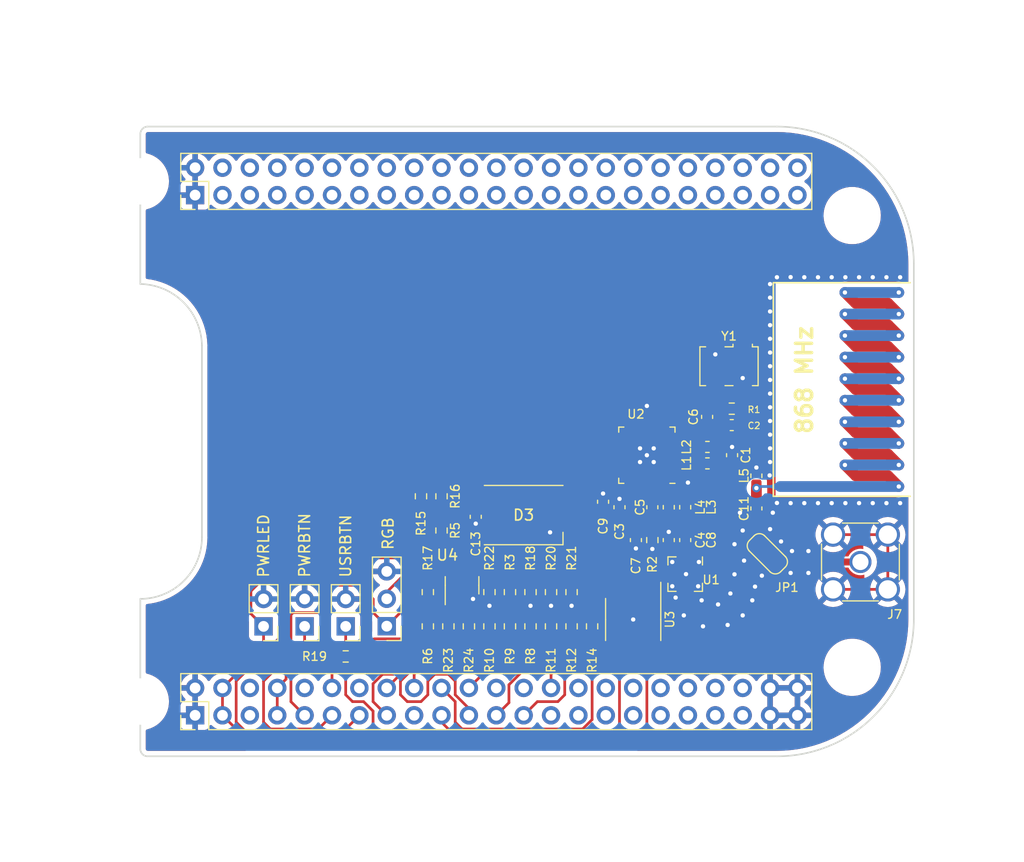
<source format=kicad_pcb>
(kicad_pcb (version 20211014) (generator pcbnew)
  (layers (0 "F.Cu" signal) (31 "B.Cu" signal) (34 "B.Paste" user) (35 "F.Paste" user) (36 "B.SilkS" user "B.Silkscreen") (37 "F.SilkS" user "F.Silkscreen") (38 "B.Mask" user) (39 "F.Mask" user) (44 "Edge.Cuts" user))
  (net 0 "")
  (net 1 "Net-(AE1-Pad1)")
  (net 2 "GND")
  (net 3 "Net-(C1-Pad2)")
  (net 4 "Net-(C2-Pad2)")
  (net 5 "Net-(C3-Pad1)")
  (net 6 "Net-(C4-Pad2)")
  (net 7 "Net-(C5-Pad1)")
  (net 8 "Net-(C5-Pad2)")
  (net 9 "Net-(C7-Pad1)")
  (net 10 "Net-(C8-Pad2)")
  (net 11 "/RF_RST")
  (net 12 "Net-(D3-Pad4)")
  (net 13 "+3V3")
  (net 14 "+5V")
  (net 15 "/PWR_BTN")
  (net 18 "/BB_MOSI")
  (net 19 "/SCL")
  (net 20 "/SDA")
  (net 21 "/BB_MISO")
  (net 22 "/BB_SCK")
  (net 43 "/BB_GPIO69")
  (net 44 "/BB_GPIO68")
  (net 66 "Net-(D3-Pad2)")
  (net 67 "/LED_CS")
  (net 68 "Net-(J7-Pad1)")
  (net 69 "/RF_SCK")
  (net 70 "/LED_SDI")
  (net 71 "/RF_SDO")
  (net 73 "/RF_SDI")
  (net 74 "/~{RF_CSDAT}")
  (net 75 "/~{RF_CSCON}")
  (net 76 "/RF_IRQ0")
  (net 77 "/RF_IRQ1")
  (net 79 "/RF_PLOCK")
  (net 80 "Net-(L1-Pad2)")
  (net 81 "Net-(L2-Pad2)")
  (net 82 "Net-(L3-Pad1)")
  (net 83 "/CLK+")
  (net 84 "/CLK-")
  (net 85 "/BB_GPIO60")
  (net 86 "/BB_GPIO66")
  (net 87 "/BB_GPIO67")
  (net 88 "/BB_GPIO49")
  (net 89 "/BB_GPIO117")
  (net 90 "/BB_GPIO45")
  (net 91 "/BB_GPIO44")
  (net 92 "/BB_GPIO23")
  (net 93 "/BB_GPIO26")
  (net 94 "/BB_GPIO47")
  (net 95 "/BB_GPIO46")
  (net 102 "/BB_GPIO27")
  (net 103 "/BB_GPIO65")
  (net 104 "/BB_GPIO22")
  (net 108 "/BB_GPIO113")
  (net 109 "/BB_GPIO48")
  (net 110 "/BB_GPIO30")
  (net 111 "/BB_GPIO31")
  (net 112 "/BB_GPIO50")
  (net 113 "/BB_GPIO51")
  (net 114 "/PLL-")
  (net 115 "/PLL+")
  (net 116 "Net-(C11-Pad2)")
  (net 117 "/MERGED_ANTENNA")
  (footprint "Capacitor_SMD:C_0603_1608Metric" (layer "F.Cu") (at 80.518 67.056 -90)
    (fp_text reference "C5")
    (fp_text value "0.047uF")
  )
  (footprint "Resistor_SMD:R_0603_1608Metric" (layer "F.Cu") (at 73.025 74.93 -90)
    (fp_text reference "R21")
    (fp_text value "100K")
  )
  (footprint "Capacitor_SMD:C_0603_1608Metric" (layer "F.Cu") (at 85.598 58.674 -90)
    (fp_text reference "C6")
    (fp_text value "680pF")
  )
  (footprint "Connector_PinHeader_2.54mm:PinHeader_1x02_P2.54mm_Vertical" (layer "F.Cu") (at 52.07 78.11 180)
    (fp_text reference "J3" hide)
    (fp_text value "USRBTN")
  )
  (footprint "MountingHole:MountingHole_4.3mm_M4" (layer "F.Cu") (at 99.058 81.907)
    (fp_text reference "H2" hide)
    (fp_text value "MountingHole")
  )
  (footprint "Capacitor_SMD:C_0603_1608Metric" (layer "F.Cu") (at 77.47 67.056 90)
    (fp_text reference "C3")
    (fp_text value "1uF")
  )
  (footprint "Capacitor_SMD:C_0603_1608Metric" (layer "F.Cu") (at 90.17 67.17 -90)
    (fp_text reference "C11")
    (fp_text value "1pF")
  )
  (footprint "Inductor_SMD:L_0603_1608Metric" (layer "F.Cu") (at 82.042 67.056 90)
    (fp_text reference "L4")
    (fp_text value "100nH")
  )
  (footprint "Resistor_SMD:R_0603_1608Metric" (layer "F.Cu") (at 69.215 74.93 -90)
    (fp_text reference "R18")
    (fp_text value "100K")
  )
  (footprint "footprints:DCC6C_3x3mm" (layer "F.Cu") (at 83.566 73.261 -90)
    (fp_text reference "U1")
    (fp_text value "B3715")
  )
  (footprint "Connector_PinHeader_2.54mm:PinHeader_1x02_P2.54mm_Vertical" (layer "F.Cu") (at 44.45 78.11 180)
    (fp_text reference "J5" hide)
    (fp_text value "PWRLED")
  )
  (footprint "Connector_Coaxial:SMA_Amphenol_132291_Vertical" (layer "F.Cu") (at 99.822 72.136)
    (fp_text reference "J7")
    (fp_text value "Conn_Coaxial")
  )
  (footprint "Package_SO:SOIC-8_3.9x4.9mm_P1.27mm" (layer "F.Cu") (at 78.74 77.47 -90)
    (fp_text reference "U3")
    (fp_text value "24LC32")
  )
  (footprint "Connector_PinHeader_2.54mm:PinHeader_1x02_P2.54mm_Vertical" (layer "F.Cu") (at 48.26 78.11 180)
    (fp_text reference "J4" hide)
    (fp_text value "PWRBTN")
  )
  (footprint "Resistor_SMD:R_0603_1608Metric" (layer "F.Cu") (at 65.405 74.93 -90)
    (fp_text reference "R22")
    (fp_text value "100K")
  )
  (footprint "Capacitor_SMD:C_0603_1608Metric" (layer "F.Cu") (at 83.566 70.104 90)
    (fp_text reference "C8")
    (fp_text value "22pF")
  )
  (footprint "Inductor_SMD:L_0603_1608Metric" (layer "F.Cu") (at 83.566 67.056 -90)
    (fp_text reference "L3")
    (fp_text value "12nH")
  )
  (footprint "Resistor_SMD:R_0603_1608Metric" (layer "F.Cu") (at 73.025 78.105 90)
    (fp_text reference "R12")
    (fp_text value "1K")
  )
  (footprint "Resistor_SMD:R_0603_1608Metric" (layer "F.Cu") (at 74.93 78.105 90)
    (fp_text reference "R14")
    (fp_text value "1K")
  )
  (footprint "Connector_PinHeader_2.54mm:PinHeader_1x03_P2.54mm_Vertical" (layer "F.Cu") (at 55.88 78.09 180)
    (fp_text reference "J6" hide)
    (fp_text value "RGB")
  )
  (footprint "Resistor_SMD:R_0603_1608Metric" (layer "F.Cu") (at 59.69 74.93 -90)
    (fp_text reference "R17")
    (fp_text value "100K")
  )
  (footprint "Resistor_SMD:R_0603_1608Metric" (layer "F.Cu") (at 80.518 70.104 90)
    (fp_text reference "R2")
    (fp_text value "1")
  )
  (footprint "Oscillator:Oscillator_SMD_EuroQuartz_XO53-4Pin_5.0x3.2mm" (layer "F.Cu") (at 87.63 53.975 180)
    (fp_text reference "Y1")
    (fp_text value "12.8MHz")
  )
  (footprint "Resistor_SMD:R_0603_1608Metric" (layer "F.Cu") (at 60.96 66.04 90)
    (fp_text reference "R16")
    (fp_text value "100K")
  )
  (footprint "Jumper:SolderJumper-3_P1.3mm_Bridged12_RoundedPad1.0x1.5mm_NumberLabels" (layer "F.Cu") (at 91.186 71.374 -45)
    (fp_text reference "JP1")
    (fp_text value "SolderJumper_3_Bridged12")
  )
  (footprint "Resistor_SMD:R_0603_1608Metric" (layer "F.Cu") (at 87.884 57.912 180)
    (fp_text reference "R1")
    (fp_text value "6.8K")
  )
  (footprint "Resistor_SMD:R_0603_1608Metric" (layer "F.Cu") (at 52.07 80.899 180)
    (fp_text reference "R19")
    (fp_text value "100K")
  )
  (footprint "Resistor_SMD:R_0603_1608Metric" (layer "F.Cu") (at 67.31 78.105 90)
    (fp_text reference "R9")
    (fp_text value "0")
  )
  (footprint "Capacitor_SMD:C_0603_1608Metric" (layer "F.Cu") (at 82.042 70.104 -90)
    (fp_text reference "C4")
    (fp_text value "2.4pF")
  )
  (footprint "Inductor_SMD:L_0603_1608Metric" (layer "F.Cu") (at 85.6275 62.988 180)
    (fp_text reference "L1")
    (fp_text value "6.8nH")
  )
  (footprint "Capacitor_SMD:C_0603_1608Metric" (layer "F.Cu") (at 64.135 67.945 -90)
    (fp_text reference "C13")
    (fp_text value "0.1uF")
  )
  (footprint "MountingHole:MountingHole_4.3mm_M4" (layer "F.Cu") (at 99.058 39.997)
    (fp_text reference "H3" hide)
    (fp_text value "MountingHole")
  )
  (footprint "Resistor_SMD:R_0603_1608Metric" (layer "F.Cu") (at 65.405 78.105 90)
    (fp_text reference "R10")
    (fp_text value "0")
  )
  (footprint "Inductor_SMD:L_0603_1608Metric" (layer "F.Cu") (at 90.17 64.135 -90)
    (fp_text reference "L5")
    (fp_text value "12nH")
  )
  (footprint "Capacitor_SMD:C_0603_1608Metric" (layer "F.Cu") (at 78.994 70.104 -90)
    (fp_text reference "C7")
    (fp_text value "0.22uF")
  )
  (footprint "Resistor_SMD:R_0603_1608Metric" (layer "F.Cu") (at 59.69 78.105 90)
    (fp_text reference "R6")
    (fp_text value "1K")
  )
  (footprint "Package_DFN_QFN:QFN-32-1EP_5x5mm_P0.5mm_EP3.1x3.1mm" (layer "F.Cu") (at 80.01 62.23 180)
    (fp_text reference "U2")
    (fp_text value "MRF89XA")
  )
  (footprint "Connector_PinHeader_2.54mm:PinHeader_2x23_P2.54mm_Vertical" (layer "F.Cu") (at 38.1 38.1 90)
    (fp_text reference "J2" hide)
    (fp_text value "P8")
  )
  (footprint "LOGO" (layer "F.Cu") (at 59.055 48.895)
    (fp_text reference "G***" hide)
    (fp_text value "LOGO" hide)
  )
  (footprint "Resistor_SMD:R_0603_1608Metric" (layer "F.Cu") (at 71.12 74.93 -90)
    (fp_text reference "R20")
    (fp_text value "100K")
  )
  (footprint "Resistor_SMD:R_0603_1608Metric" (layer "F.Cu") (at 60.96 69.215 90)
    (fp_text reference "R5")
    (fp_text value "1K")
  )
  (footprint "Resistor_SMD:R_0603_1608Metric" (layer "F.Cu") (at 67.31 74.93 -90)
    (fp_text reference "R3")
    (fp_text value "100K")
  )
  (footprint "Capacitor_SMD:C_0603_1608Metric" (layer "F.Cu") (at 87.9135 62.226 -90)
    (fp_text reference "C1")
    (fp_text value "0.1uF")
  )
  (footprint "LED_SMD:LED_SK6812_PLCC4_5.0x5.0mm_P3.2mm" (layer "F.Cu") (at 68.58 67.785)
    (fp_text reference "D3")
    (fp_text value "SK6812")
  )
  (footprint "Resistor_SMD:R_0603_1608Metric" (layer "F.Cu") (at 69.215 78.105 90)
    (fp_text reference "R8")
    (fp_text value "0")
  )
  (footprint "Resistor_SMD:R_0603_1608Metric" (layer "F.Cu") (at 71.12 78.105 90)
    (fp_text reference "R11")
    (fp_text value "1K")
  )
  (footprint "Package_TO_SOT_SMD:SOT-23-5" (layer "F.Cu") (at 62.865 74.295 90)
    (fp_text reference "U4")
    (fp_text value "74AHCT1G08")
  )
  (footprint "Capacitor_SMD:C_0603_1608Metric" (layer "F.Cu") (at 87.884 59.436)
    (fp_text reference "C2")
    (fp_text value "0.01uF")
  )
  (footprint "MountingHole:MountingHole_4.3mm_M4" (layer "F.Cu") (at 33.018 36.822)
    (fp_text reference "H4" hide)
    (fp_text value "MountingHole")
  )
  (footprint "Inductor_SMD:L_0603_1608Metric" (layer "F.Cu") (at 85.6275 61.464 180)
    (fp_text reference "L2")
    (fp_text value "6.8nH")
  )
  (footprint "Connector_PinHeader_2.54mm:PinHeader_2x23_P2.54mm_Vertical" (layer "F.Cu") (at 38.1 86.36 90)
    (fp_text reference "J1" hide)
    (fp_text value "P9")
  )
  (footprint "Resistor_SMD:R_0603_1608Metric" (layer "F.Cu") (at 61.595 78.105 90)
    (fp_text reference "R23")
    (fp_text value "0")
  )
  (footprint "Capacitor_SMD:C_0603_1608Metric" (layer "F.Cu") (at 75.946 66.548 -90)
    (fp_text reference "C9")
    (fp_text value "33pF")
  )
  (footprint "MountingHole:MountingHole_4.3mm_M4" (layer "F.Cu") (at 33.018 85.082)
    (fp_text reference "H1" hide)
    (fp_text value "MountingHole")
  )
  (footprint "Resistor_SMD:R_0603_1608Metric" (layer "F.Cu") (at 63.5 78.105 90)
    (fp_text reference "R24")
    (fp_text value "0")
  )
  (footprint "Resistor_SMD:R_0603_1608Metric" (layer "F.Cu") (at 59.055 66.04 90)
    (fp_text reference "R15")
    (fp_text value "1K")
  )
  (footprint "RF_Antenna:Texas_SWRA416_868MHz_915MHz" (layer "B.Cu") (at 97.582 56.134 90)
    (fp_text reference "AE1" hide)
    (fp_text value "Antenna")
  )
  (gr_line (start 91.74 66.04) (end 91.74 46.228) (layer "F.SilkS") (width 0.15))
  (gr_line (start 91.74 46.228) (end 104.44 46.228) (layer "F.SilkS") (width 0.15))
  (gr_line (start 104.44 66.04) (end 91.74 66.04) (layer "F.SilkS") (width 0.15))
  (gr_line (start 38.733 69.842) (end 38.733 52.062) (layer "Edge.Cuts") (width 0.15))
  (gr_arc (start 38.733 69.842) (mid 37.058713 73.882713) (end 33.018 75.557) (layer "Edge.Cuts") (width 0.15))
  (gr_line (start 33.653 31.742) (end 92.073 31.742) (layer "Edge.Cuts") (width 0.15))
  (gr_line (start 92.073 90.162) (end 33.653 90.162) (layer "Edge.Cuts") (width 0.15))
  (gr_arc (start 33.653 90.162) (mid 33.216524 89.963476) (end 33.018 89.527) (layer "Edge.Cuts") (width 0.15))
  (gr_arc (start 33.018 32.377) (mid 33.224111 31.948111) (end 33.653 31.742) (layer "Edge.Cuts") (width 0.15))
  (gr_arc (start 92.073 31.742) (mid 101.045186 35.469814) (end 104.773 44.442) (layer "Edge.Cuts") (width 0.15))
  (gr_line (start 33.018 46.347) (end 33.018 32.377) (layer "Edge.Cuts") (width 0.15))
  (gr_arc (start 33.018 46.347) (mid 37.026002 48.053998) (end 38.733 52.062) (layer "Edge.Cuts") (width 0.15))
  (gr_arc (start 104.773 77.462) (mid 101.054765 86.443765) (end 92.073 90.162) (layer "Edge.Cuts") (width 0.15))
  (gr_line (start 33.018 89.527) (end 33.018 75.557) (layer "Edge.Cuts") (width 0.15))
  (gr_line (start 104.773 44.442) (end 104.773 77.462) (layer "Edge.Cuts") (width 0.15))
  (gr_text "868 MHz" (at 94.615 55.245 90) (layer "F.SilkS") (effects (font (size 1.5 1.5) (thickness 0.32))))
  (segment (start 90.17 65.278) (end 90.17 64.9225) (width 0.25) (layer "F.Cu") (net 1))
  (segment (start 90.17 66.395) (end 90.17 65.278) (width 1) (layer "F.Cu") (net 1))
  (via (at 90.17 65.278) (size 0.8) (drill 0.4) (layers "F.Cu" "B.Cu") (net 1))
  (segment (start 90.17 65.278) (end 90.314 65.134) (width 0.25) (layer "B.Cu") (net 1))
  (segment (start 90.314 65.134) (end 91.55748 65.134) (width 0.25) (layer "B.Cu") (net 1))
  (segment (start 82.4475 64.6675) (end 82.7015 64.6675) (width 0.25) (layer "F.Cu") (net 2))
  (segment (start 84.766 74.386) (end 83.641 73.261) (width 0.25) (layer "F.Cu") (net 2))
  (segment (start 80.01 62.23) (end 79.375 61.595) (width 0.25) (layer "F.Cu") (net 2))
  (segment (start 88.265 56.515) (end 88.9 55.88) (width 0.25) (layer "F.Cu") (net 2))
  (segment (start 76.454 66.281) (end 75.946 65.773) (width 0.25) (layer "F.Cu") (net 2))
  (segment (start 76.835 74.995) (end 76.835 75.565) (width 0.25) (layer "F.Cu") (net 2))
  (segment (start 77.5725 63.98) (end 78.26 63.98) (width 0.25) (layer "F.Cu") (net 2))
  (segment (start 81.76 59.7925) (end 81.76 60.48) (width 0.25) (layer "F.Cu") (net 2))
  (segment (start 80.26 59.7925) (end 80.26 57.908) (width 0.25) (layer "F.Cu") (net 2))
  (segment (start 80.76 62.98) (end 80.01 62.23) (width 0.25) (layer "F.Cu") (net 2))
  (segment (start 81.76 64.6675) (end 82.4475 64.6675) (width 0.25) (layer "F.Cu") (net 2))
  (segment (start 82.4475 63.98) (end 82.4475 64.4135) (width 0.25) (layer "F.Cu") (net 2))
  (segment (start 81.76 64.6675) (end 82.4475 63.98) (width 0.25) (layer "F.Cu") (net 2))
  (segment (start 88.9 55.88) (end 88.9 55.075) (width 0.25) (layer "F.Cu") (net 2))
  (segment (start 79.375 78.105) (end 78.74 77.47) (width 0.25) (layer "F.Cu") (net 2))
  (segment (start 87.284511 51.950489) (end 86.36 52.875) (width 0.25) (layer "F.Cu") (net 2))
  (segment (start 77.5725 64.1465) (end 75.946 65.773) (width 0.25) (layer "F.Cu") (net 2))
  (segment (start 90.17 63.3475) (end 90.17 63.373) (width 0.25) (layer "F.Cu") (net 2))
  (segment (start 84.766 72.511) (end 84.766 72.206) (width 0.25) (layer "F.Cu") (net 2))
  (segment (start 82.042 69.405) (end 80.518 70.929) (width 0.25) (layer "F.Cu") (net 2))
  (segment (start 78.26 64.6675) (end 78.26 65.491) (width 0.25) (layer "F.Cu") (net 2))
  (segment (start 69.215 75.755) (end 69.215 76.2) (width 0.25) (layer "F.Cu") (net 2))
  (segment (start 80.01 62.23) (end 80.645 61.595) (width 0.25) (layer "F.Cu") (net 2))
  (segment (start 90.050489 51.950489) (end 87.284511 51.950489) (width 0.25) (layer "F.Cu") (net 2))
  (segment (start 81.76 64.6675) (end 81.76 63.98) (width 0.25) (layer "F.Cu") (net 2))
  (segment (start 79.375 79.945) (end 79.375 78.105) (width 0.25) (layer "F.Cu") (net 2))
  (segment (start 77.91625 64.32375) (end 77.5725 63.98) (width 0.25) (layer "F.Cu") (net 2))
  (segment (start 90.17 53.805) (end 90.17 52.07) (width 0.25) (layer "F.Cu") (net 2))
  (segment (start 73.025 75.755) (end 73.025 76.2) (width 0.25) (layer "F.Cu") (net 2))
  (segment (start 82.042 69.342) (end 82.042 69.405) (width 0.25) (layer "F.Cu") (net 2))
  (segment (start 84.766 72.206) (end 84.836 72.136) (width 0.25) (layer "F.Cu") (net 2))
  (segment (start 64.135 68.72) (end 64.135 68.58) (width 0.25) (layer "F.Cu") (net 2))
  (segment (start 82.366 72.136) (end 82.366 74.386) (width 0.25) (layer "F.Cu") (net 2))
  (segment (start 81.26 63.48) (end 80.01 62.23) (width 0.25) (layer "F.Cu") (net 2))
  (segment (start 75.946 65.773) (end 75.946 65.786) (width 0.25) (layer "F.Cu") (net 2))
  (segment (start 88.9 55.075) (end 90.17 53.805) (width 0.25) (layer "F.Cu") (net 2))
  (segment (start 77.5725 63.98) (end 77.5725 64.1465) (width 0.25) (layer "F.Cu") (net 2))
  (segment (start 102.362 69.596) (end 97.282 69.596) (width 0.25) (layer "F.Cu") (net 2))
  (segment (start 81.76 63.98) (end 80.01 62.23) (width 0.25) (layer "F.Cu") (net 2))
  (segment (start 79.044 70.929) (end 78.994 70.879) (width 0.25) (layer "F.Cu") (net 2))
  (segment (start 81.76 59.7925) (end 85.0375 56.515) (width 0.25) (layer "F.Cu") (net 2))
  (segment (start 80.26 59.7925) (end 80.26 61.98) (width 0.25) (layer "F.Cu") (net 2))
  (segment (start 90.17 52.07) (end 90.050489 51.950489) (width 0.25) (layer "F.Cu") (net 2))
  (segment (start 80.01 62.23) (end 79.375 62.865) (width 0.25) (layer "F.Cu") (net 2))
  (segment (start 82.4475 60.48) (end 81.76 59.7925) (width 0.25) (layer "F.Cu") (net 2))
  (segment (start 80.518 70.929) (end 79.044 70.929) (width 0.25) (layer "F.Cu") (net 2))
  (segment (start 80.76 64.6675) (end 80.76 62.98) (width 0.25) (layer "F.Cu") (net 2))
  (segment (start 102.362 74.676) (end 102.362 69.596) (width 0.25) (layer "F.Cu") (net 2))
  (segment (start 78.26 64.6675) (end 77.91625 64.32375) (width 0.25) (layer "F.Cu") (net 2))
  (segment (start 83.491 73.261) (end 82.366 74.386) (width 0.25) (layer "F.Cu") (net 2))
  (segment (start 82.042 69.329) (end 82.042 69.342) (width 0.25) (layer "F.Cu") (net 2))
  (segment (start 83.641 73.261) (end 84.016 73.261) (width 0.25) (layer "F.Cu") (net 2))
  (segment (start 82.4475 63.48) (end 81.26 63.48) (width 0.25) (layer "F.Cu") (net 2))
  (segment (start 77.47 66.281) (end 76.454 66.281) (width 0.25) (layer "F.Cu") (net 2))
  (segment (start 80.26 57.908) (end 80.01 57.658) (width 0.25) (layer "F.Cu") (net 2))
  (segment (start 82.4475 63.48) (end 82.4475 63.98) (width 0.25) (layer "F.Cu") (net 2))
  (segment (start 78.26 65.491) (end 77.47 66.281) (width 0.25) (layer "F.Cu") (net 2))
  (segment (start 82.4475 60.48) (end 81.76 60.48) (width 0.25) (layer "F.Cu") (net 2))
  (segment (start 97.282 74.676) (end 102.362 74.676) (width 0.25) (layer "F.Cu") (net 2))
  (segment (start 71.12 75.755) (end 71.12 76.2) (width 0.25) (layer "F.Cu") (net 2))
  (segment (start 85.0375 56.515) (end 88.265 56.515) (width 0.25) (layer "F.Cu") (net 2))
  (segment (start 81.76 60.48) (end 80.645 61.595) (width 0.25) (layer "F.Cu") (net 2))
  (segment (start 87.9135 61.451) (end 87.9135 61.464) (width 0.25) (layer "F.Cu") (net 2))
  (segment (start 78.26 64.6675) (end 78.26 63.98) (width 0.25) (layer "F.Cu") (net 2))
  (segment (start 80.26 61.98) (end 80.01 62.23) (width 0.25) (layer "F.Cu") (net 2))
  (segment (start 76.835 75.565) (end 78.74 77.47) (width 0.25) (layer "F.Cu") (net 2))
  (segment (start 78.26 63.98) (end 79.375 62.865) (width 0.25) (layer "F.Cu") (net 2))
  (segment (start 65.405 75.755) (end 65.405 76.2) (width 0.25) (layer "F.Cu") (net 2))
  (segment (start 82.366 72.136) (end 83.491 73.261) (width 0.25) (layer "F.Cu") (net 2))
  (segment (start 83.491 73.261) (end 83.641 73.261) (width 0.25) (layer "F.Cu") (net 2))
  (segment (start 84.766 74.386) (end 84.766 72.511) (width 0.25) (layer "F.Cu") (net 2))
  (segment (start 84.016 73.261) (end 84.766 72.511) (width 0.25) (layer "F.Cu") (net 2))
  (segment (start 82.4475 64.4135) (end 82.7015 64.6675) (width 0.25) (layer "F.Cu") (net 2))
  (via (at 80.645 61.595) (size 0.8) (drill 0.4) (layers "F.Cu" "B.Cu") (net 2))
  (via (at 91.44 60.325) (size 0.8) (drill 0.4) (layers "F.Cu" "B.Cu") (net 2))
  (via (at 100.965 45.72) (size 0.8) (drill 0.4) (layers "F.Cu" "B.Cu") (net 2))
  (via (at 85.217 78.105) (size 0.8) (drill 0.4) (layers "F.Cu" "B.Cu") (net 2))
  (via (at 99.695 45.72) (size 0.8) (drill 0.4) (layers "F.Cu" "B.Cu") (net 2))
  (via (at 91.44 50.165) (size 0.8) (drill 0.4) (layers "F.Cu" "B.Cu") (net 2))
  (via (at 89.027 72.009) (size 0.8) (drill 0.4) (layers "F.Cu" "B.Cu") (net 2))
  (via (at 83.82 64.77) (size 0.8) (drill 0.4) (layers "F.Cu" "B.Cu") (net 2))
  (via (at 78.994 70.879) (size 0.8) (drill 0.4) (layers "F.Cu" "B.Cu") (net 2))
  (via (at 91.44 59.055) (size 0.8) (drill 0.4) (layers "F.Cu" "B.Cu") (net 2))
  (via (at 91.44 48.895) (size 0.8) (drill 0.4) (layers "F.Cu" "B.Cu") (net 2))
  (via (at 91.438925 62.86285) (size 0.8) (drill 0.4) (layers "F.Cu" "B.Cu") (net 2))
  (via (at 103.505 66.675) (size 0.8) (drill 0.4) (layers "F.Cu" "B.Cu") (net 2))
  (via (at 91.4 64.1) (size 0.8) (drill 0.4) (layers "F.Cu" "B.Cu") (net 2))
  (via (at 102.235 66.675) (size 0.8) (drill 0.4) (layers "F.Cu" "B.Cu") (net 2))
  (via (at 83.641 73.261) (size 0.8) (drill 0.4) (layers "F.Cu" "B.Cu") (net 2))
  (via (at 90.678 73.406) (size 0.8) (drill 0.4) (layers "F.Cu" "B.Cu") (net 2))
  (via (at 99.695 66.675) (size 0.8) (drill 0.4) (layers "F.Cu" "B.Cu") (net 2))
  (via (at 94.996 73.152) (size 0.8) (drill 0.4) (layers "F.Cu" "B.Cu") (net 2))
  (via (at 93.472 71.12) (size 0.8) (drill 0.4) (layers "F.Cu" "B.Cu") (net 2))
  (via (at 88.9 69.215) (size 0.8) (drill 0.4) (layers "F.Cu" "B.Cu") (net 2))
  (via (at 97.155 45.72) (size 0.8) (drill 0.4) (layers "F.Cu" "B.Cu") (net 2))
  (via (at 91.438925 47.614254) (size 0.8) (drill 0.4) (layers "F.Cu" "B.Cu") (net 2))
  (via (at 86.614 76.073) (size 0.8) (drill 0.4) (layers "F.Cu" "B.Cu") (net 2))
  (via (at 79.375 62.865) (size 0.8) (drill 0.4) (layers "F.Cu" "B.Cu") (net 2))
  (via (at 88.9 77.089) (size 0.8) (drill 0.4) (layers "F.Cu" "B.Cu") (net 2))
  (via (at 82.042 69.342) (size 0.8) (drill 0.4) (layers "F.Cu" "B.Cu") (net 2))
  (via (at 100.965 66.675) (size 0.8) (drill 0.4) (layers "F.Cu" "B.Cu") (net 2))
  (via (at 90.17 63.373) (size 0.8) (drill 0.4) (layers "F.Cu" "B.Cu") (net 2))
  (via (at 95.885 66.675) (size 0.8) (drill 0.4) (layers "F.Cu" "B.Cu") (net 2))
  (via (at 75.946 65.786) (size 0.8) (drill 0.4) (layers "F.Cu" "B.Cu") (net 2))
  (via (at 92.075 66.658846) (size 0.8) (drill 0.4) (layers "F.Cu" "B.Cu") (net 2))
  (via (at 91.44 61.595) (size 0.8) (drill 0.4) (layers "F.Cu" "B.Cu") (net 2))
  (via (at 91.44 69.088) (size 0.8) (drill 0.4) (layers "F.Cu" "B.Cu") (net 2))
  (via (at 93.345 66.675) (size 0.8) (drill 0.4) (layers "F.Cu" "B.Cu") (net 2))
  (via (at 90.043 74.422) (size 0.8) (drill 0.4) (layers "F.Cu" "B.Cu") (net 2))
  (via (at 91.44 52.705) (size 0.8) (drill 0.4) (layers "F.Cu" "B.Cu") (net 2))
  (via (at 69.215 76.2) (size 0.8) (drill 0.4) (layers "F.Cu" "B.Cu") (net 2))
  (via (at 71.03 69.385) (size 0.8) (drill 0.4) (layers "F.Cu" "B.Cu") (net 2))
  (via (at 87.9135 61.464) (size 0.8) (drill 0.4) (layers "F.Cu" "B.Cu") (net 2))
  (via (at 94.615 45.72) (size 0.8) (drill 0.4) (layers "F.Cu" "B.Cu") (net 2))
  (via (at 103.505 45.72) (size 0.8) (drill 0.4) (layers "F.Cu" "B.Cu") (net 2))
  (via (at 82.366 72.136) (size 0.8) (drill 0.4) (layers "F.Cu" "B.Cu") (net 2))
  (via (at 88.138 70.485) (size 0.8) (drill 0.4) (layers "F.Cu" "B.Cu") (net 2))
  (via (at 83.439 77.089) (size 0.8) (drill 0.4) (layers "F.Cu" "B.Cu") (net 2))
  (via (at 93.345 73.152) (size 0.8) (drill 0.4) (layers "F.Cu" "B.Cu") (net 2))
  (via (at 91.694 67.564) (size 0.8) (drill 0.4) (layers "F.Cu" "B.Cu") (net 2))
  (via (at 71.12 76.2) (size 0.8) (drill 0.4) (layers "F.Cu" "B.Cu") (net 2))
  (via (at 91.44 53.975) (size 0.8) (drill 0.4) (layers "F.Cu" "B.Cu") (net 2))
  (via (at 98.425 66.675) (size 0.8) (drill 0.4) (layers "F.Cu" "B.Cu") (net 2))
  (via (at 94.615 66.675) (size 0.8) (drill 0.4) (layers "F.Cu" "B.Cu") (net 2))
  (via (at 88.646 67.564) (size 0.8) (drill 0.4) (layers "F.Cu" "B.Cu") (net 2))
  (via (at 63.88098 75.565) (size 0.8) (drill 0.4) (layers "F.Cu" "B.Cu") (net 2))
  (via (at 93.344999 45.708179) (size 0.8) (drill 0.4) (layers "F.Cu" "B.Cu") (net 2))
  (via (at 91.44 55.245) (size 0.8) (drill 0.4) (layers "F.Cu" "B.Cu") (net 2))
  (via (at 64.135 68.58) (size 0.8) (drill 0.4) (layers "F.Cu" "B.Cu") (net 2))
  (via (at 80.518 70.929) (size 0.8) (drill 0.4) (layers "F.Cu" "B.Cu") (net 2))
  (via (at 80.01 62.23) (size 0.8) (drill 0.4) (layers "F.Cu" "B.Cu") (net 2))
  (via (at 91.44 56.515) (size 0.8) (drill 0.4) (layers "F.Cu" "B.Cu") (net 2))
  (via (at 92.456 70.231) (size 0.8) (drill 0.4) (layers "F.Cu" "B.Cu") (net 2))
  (via (at 97.155 66.675) (size 0.8) (drill 0.4) (layers "F.Cu" "B.Cu") (net 2))
  (via (at 82.677 75.438) (size 0.8) (drill 0.4) (layers "F.Cu" "B.Cu") (net 2))
  (via (at 94.996 71.12) (size 0.8) (drill 0.4) (layers "F.Cu" "B.Cu") (net 2))
  (via (at 80.01 57.658) (size 0.8) (drill 0.4) (layers "F.Cu" "B.Cu") (net 2))
  (via (at 91.44 46.355) (size 0.8) (drill 0.4) (layers "F.Cu" "B.Cu") (net 2))
  (via (at 84.836 72.136) (size 0.8) (drill 0.4) (layers "F.Cu" "B.Cu") (net 2))
  (via (at 102.235 45.72) (size 0.8) (drill 0.4) (layers "F.Cu" "B.Cu") (net 2))
  (via (at 77.47 66.281) (size 0.8) (drill 0.4) (layers "F.Cu" "B.Cu") (net 2))
  (via (at 98.425 45.72) (size 0.8) (drill 0.4) (layers "F.Cu" "B.Cu") (net 2))
  (via (at 92.075 45.72) (size 0.8) (drill 0.4) (layers "F.Cu" "B.Cu") (net 2))
  (via (at 95.885 45.72) (size 0.8) (drill 0.4) (layers "F.Cu" "B.Cu") (net 2))
  (via (at 80.645 62.865) (size 0.8) (drill 0.4) (layers "F.Cu" "B.Cu") (net 2))
  (via (at 84.766 74.386) (size 0.8) (drill 0.4) (layers "F.Cu" "B.Cu") (net 2))
  (via (at 78.74 77.47) (size 0.8) (drill 0.4) (layers "F.Cu" "B.Cu") (net 2))
  (via (at 79.375 61.595) (size 0.8) (drill 0.4) (layers "F.Cu" "B.Cu") (net 2))
  (via (at 89.789 75.692) (size 0.8) (drill 0.4) (layers "F.Cu" "B.Cu") (net 2))
  (via (at 87.503 77.978) (size 0.8) (drill 0.4) (layers "F.Cu" "B.Cu") (net 2))
  (via (at 91.44 57.785) (size 0.8) (drill 0.4) (layers "F.Cu" "B.Cu") (net 2))
  (via (at 88.138 73.279) (size 0.8) (drill 0.4) (layers "F.Cu" "B.Cu") (net 2))
  (via (at 82.366 74.386) (size 0.8) (drill 0.4) (layers "F.Cu" "B.Cu") (net 2))
  (via (at 91.438925 51.426403) (size 0.8) (drill 0.4) (layers "F.Cu" "B.Cu") (net 2))
  (via (at 87.757 75.057) (size 0.8) (drill 0.4) (layers "F.Cu" "B.Cu") (net 2))
  (via (at 88.9 55.075) (size 0.8) (drill 0.4) (layers "F.Cu" "B.Cu") (net 2))
  (via (at 86.36 52.875) (size 0.8) (drill 0.4) (layers "F.Cu" "B.Cu") (net 2))
  (via (at 85.09 75.692) (size 0.8) (drill 0.4) (layers "F.Cu" "B.Cu") (net 2))
  (via (at 73.025 76.2) (size 0.8) (drill 0.4) (layers "F.Cu" "B.Cu") (net 2))
  (via (at 65.405 76.2) (size 0.8) (drill 0.4) (layers "F.Cu" "B.Cu") (net 2))
  (segment (start 83.554 62.98) (end 84.582 64.008) (width 0.25) (layer "F.Cu") (net 3))
  (segment (start 82.4475 62.98) (end 83.554 62.98) (width 0.25) (layer "F.Cu") (net 3))
  (segment (start 87.9135 63.3435) (end 87.9135 63.001) (width 0.25) (layer "F.Cu") (net 3))
  (segment (start 86.415 62.988) (end 86.415 61.464) (width 1) (layer "F.Cu") (net 3))
  (segment (start 87.1605 63.005) (end 87.1475 62.992) (width 1) (layer "F.Cu") (net 3))
  (segment (start 84.582 64.008) (end 87.249 64.008) (width 0.25) (layer "F.Cu") (net 3))
  (segment (start 87.249 64.008) (end 87.9135 63.3435) (width 0.25) (layer "F.Cu") (net 3))
  (segment (start 87.9135 63.001) (end 86.428 63.001) (width 1) (layer "F.Cu") (net 3))
  (segment (start 88.659 57.962) (end 88.709 57.912) (width 0.25) (layer "F.Cu") (net 4))
  (segment (start 88.659 59.436) (end 88.659 57.962) (width 0.25) (layer "F.Cu") (net 4))
  (segment (start 78.473 67.831) (end 79.26 67.044) (width 0.25) (layer "F.Cu") (net 5))
  (segment (start 77.47 67.831) (end 78.473 67.831) (width 0.25) (layer "F.Cu") (net 5))
  (segment (start 79.26 67.044) (end 79.26 64.6675) (width 0.25) (layer "F.Cu") (net 5))
  (segment (start 83.566 70.879) (end 83.566 72.136) (width 1) (layer "F.Cu") (net 6))
  (segment (start 82.042 70.879) (end 83.566 70.879) (width 1) (layer "F.Cu") (net 6))
  (segment (start 82.042 67.805) (end 80.518 66.281) (width 0.4) (layer "F.Cu") (net 7))
  (segment (start 80.26 66.023) (end 80.518 66.281) (width 0.25) (layer "F.Cu") (net 7))
  (segment (start 80.26 64.6675) (end 80.26 66.023) (width 0.25) (layer "F.Cu") (net 7))
  (segment (start 82.042 67.8435) (end 82.042 67.805) (width 0.4) (layer "F.Cu") (net 7))
  (segment (start 80.518 69.279) (end 80.518 67.831) (width 0.25) (layer "F.Cu") (net 8))
  (segment (start 79.71848 64.70902) (end 79.71848 68.60452) (width 0.25) (layer "F.Cu") (net 9))
  (segment (start 79.71848 68.60452) (end 78.994 69.329) (width 0.25) (layer "F.Cu") (net 9))
  (segment (start 79.76 64.6675) (end 79.71848 64.70902) (width 0.25) (layer "F.Cu") (net 9))
  (segment (start 83.566 69.329) (end 83.566 67.8435) (width 1) (layer "F.Cu") (net 10))
  (segment (start 76.484974 58.13144) (end 79.127874 58.13144) (width 0.25) (layer "F.Cu") (net 11))
  (segment (start 70.295933 64.32048) (end 71.118207 63.498207) (width 0.25) (layer "F.Cu") (net 11))
  (segment (start 79.76 58.763565) (end 79.76 59.7925) (width 0.25) (layer "F.Cu") (net 11))
  (segment (start 59.94952 64.32048) (end 70.295933 64.32048) (width 0.25) (layer "F.Cu") (net 11))
  (segment (start 79.127874 58.13144) (end 79.76 58.763565) (width 0.25) (layer "F.Cu") (net 11))
  (segment (start 59.055 65.215) (end 59.94952 64.32048) (width 0.25) (layer "F.Cu") (net 11))
  (segment (start 71.118207 63.498207) (end 76.484974 58.13144) (width 0.25) (layer "F.Cu") (net 11))
  (segment (start 58.583194 72.25846) (end 58.588675 72.252979) (width 0.25) (layer "F.Cu") (net 12))
  (segment (start 58.588675 72.252979) (end 61.282501 72.252979) (width 0.25) (layer "F.Cu") (net 12))
  (segment (start 55.88 75.55) (end 55.88 74.929283) (width 0.25) (layer "F.Cu") (net 12))
  (segment (start 64.61 65.245) (end 67.089022 65.245) (width 0.25) (layer "F.Cu") (net 12))
  (segment (start 55.88 74.929283) (end 58.550823 72.25846) (width 0.25) (layer "F.Cu") (net 12))
  (segment (start 62.73298 70.8025) (end 62.73298 67.12202) (width 0.25) (layer "F.Cu") (net 12))
  (segment (start 58.550823 72.25846) (end 58.583194 72.25846) (width 0.25) (layer "F.Cu") (net 12))
  (segment (start 62.73298 67.12202) (end 64.61 65.245) (width 0.25) (layer "F.Cu") (net 12))
  (segment (start 67.089022 65.245) (end 67.31 65.465978) (width 0.25) (layer "F.Cu") (net 12))
  (segment (start 61.282501 72.252979) (end 62.73298 70.8025) (width 0.25) (layer "F.Cu") (net 12))
  (segment (start 67.31 68.205) (end 66.13 69.385) (width 0.25) (layer "F.Cu") (net 12))
  (segment (start 67.31 65.465978) (end 67.31 68.205) (width 0.25) (layer "F.Cu") (net 12))
  (segment (start 76.695 67.323) (end 76.962 67.056) (width 0.25) (layer "F.Cu") (net 13))
  (segment (start 53.975 88.9) (end 78.74 88.9) (width 0.25) (layer "F.Cu") (net 13))
  (segment (start 67.12 75.755) (end 66.51048 76.36452) (width 0.25) (layer "F.Cu") (net 13))
  (segment (start 59.533062 75.755) (end 58.754031 76.534031) (width 0.25) (layer "F.Cu") (net 13))
  (segment (start 66.57452 78.00452) (end 75.66548 78.00452) (width 0.25) (layer "F.Cu") (net 13))
  (segment (start 66.51048 76.36452) (end 66.51048 77.94048) (width 0.25) (layer "F.Cu") (net 13))
  (segment (start 52.705 85.09) (end 52.07 84.455) (width 0.25) (layer "F.Cu") (net 13))
  (segment (start 58.754031 77.770969) (end 58.754031 76.534031) (width 0.25) (layer "F.Cu") (net 13))
  (segment (start 43.275489 74.834511) (end 47.25404 70.85596) (width 0.25) (layer "F.Cu") (net 13))
  (segment (start 79.375 74.995) (end 78.105 74.995) (width 0.25) (layer "F.Cu") (net 13))
  (segment (start 40.64 83.82) (end 44.45 80.01) (width 0.25) (layer "F.Cu") (net 13))
  (segment (start 60.96 65.405) (end 60.96 65.215) (width 0.25) (layer "F.Cu") (net 13))
  (segment (start 76.962 67.056) (end 77.978 67.056) (width 0.25) (layer "F.Cu") (net 13))
  (segment (start 80.645 74.995) (end 80.645 79.945) (width 0.25) (layer "F.Cu") (net 13))
  (segment (start 57.260489 79.264511) (end 57.054511 79.264511) (width 0.25) (layer "F.Cu") (net 13))
  (segment (start 80.645 79.945) (end 80.645 81.28) (width 0.25) (layer "F.Cu") (net 13))
  (segment (start 80.01 81.915) (end 80.645 81.28) (width 0.25) (layer "F.Cu") (net 13))
  (segment (start 58.25548 70.32048) (end 58.25548 66.20452) (width 0.25) (layer "F.Cu") (net 13))
  (segment (start 54.720489 79.264511) (end 57.054511 79.264511) (width 0.25) (layer "F.Cu") (net 13))
  (segment (start 75.946 70.866) (end 75.946 67.323) (width 0.25) (layer "F.Cu") (net 13))
  (segment (start 47.25404 70.85596) (end 57.72 70.85596) (width 0.25) (layer "F.Cu") (net 13))
  (segment (start 44.45 80.01) (end 44.45 78.11) (width 0.25) (layer "F.Cu") (net 13))
  (segment (start 43.18 88.9) (end 48.26 88.9) (width 0.25) (layer "F.Cu") (net 13))
  (segment (start 77.978 67.056) (end 78.76 66.274) (width 0.25) (layer "F.Cu") (net 13))
  (segment (start 52.895 80.899) (end 53.086 80.899) (width 0.25) (layer "F.Cu") (net 13))
  (segment (start 58.25548 66.20452) (end 58.42 66.04) (width 0.25) (layer "F.Cu") (net 13))
  (segment (start 53.73101 85.09) (end 52.705 85.09) (width 0.25) (layer "F.Cu") (net 13))
  (segment (start 76.2 73.025) (end 76.835 72.39) (width 0.25) (layer "F.Cu") (net 13))
  (segment (start 59.69 75.755) (end 59.533062 75.755) (width 0.25) (layer "F.Cu") (net 13))
  (segment (start 44.45 78.11) (end 43.275489 76.935489) (width 0.25) (layer "F.Cu") (net 13))
  (segment (start 53.975 88.9) (end 54.61 88.265) (width 0.25) (layer "F.Cu") (net 13))
  (segment (start 53.086 80.899) (end 54.720489 79.264511) (width 0.25) (layer "F.Cu") (net 13))
  (segment (start 58.42 78.105) (end 57.260489 79.264511) (width 0.25) (layer "F.Cu") (net 13))
  (segment (start 76.2 77.47) (end 76.2 73.025) (width 0.25) (layer "F.Cu") (net 13))
  (segment (start 80.645 74.995) (end 79.375 74.995) (width 0.25) (layer "F.Cu") (net 13))
  (segment (start 76.835 72.39) (end 77.47 72.39) (width 0.25) (layer "F.Cu") (net 13))
  (segment (start 48.26 88.9) (end 48.895 88.9) (width 0.25) (layer "F.Cu") (net 13))
  (segment (start 54.61 85.96899) (end 53.73101 85.09) (width 0.25) (layer "F.Cu") (net 13))
  (segment (start 66.51048 77.94048) (end 66.57452 78.00452) (width 0.25) (layer "F.Cu") (net 13))
  (segment (start 58.42 78.105) (end 58.754031 77.770969) (width 0.25) (layer "F.Cu") (net 13))
  (segment (start 67.31 75.755) (end 67.12 75.755) (width 0.25) (layer "F.Cu") (net 13))
  (segment (start 60.325 66.04) (end 60.96 65.405) (width 0.25) (layer "F.Cu") (net 13))
  (segment (start 78.105 74.995) (end 78.105 73.025) (width 0.25) (layer "F.Cu") (net 13))
  (segment (start 52.07 81.724) (end 52.895 80.899) (width 0.25) (layer "F.Cu") (net 13))
  (segment (start 48.895 88.9) (end 51.435 88.9) (width 0.25) (layer "F.Cu") (net 13))
  (segment (start 80.01 87.63) (end 80.01 81.915) (width 0.25) (layer "F.Cu") (net 13))
  (segment (start 54.61 88.265) (end 54.61 85.96899) (width 0.25) (layer "F.Cu") (net 13))
  (segment (start 57.72 70.85596) (end 58.25548 70.32048) (width 0.25) (layer "F.Cu") (net 13))
  (segment (start 40.64 86.36) (end 40.64 83.82) (width 0.25) (layer "F.Cu") (net 13))
  (segment (start 78.105 73.025) (end 77.47 72.39) (width 0.25) (layer "F.Cu") (net 13))
  (segment (start 43.275489 76.935489) (end 43.275489 74.834511) (width 0.25) (layer "F.Cu") (net 13))
  (segment (start 77.47 72.39) (end 75.946 70.866) (width 0.25) (layer "F.Cu") (net 13))
  (segment (start 78.76 66.274) (end 78.76 64.6675) (width 0.25) (layer "F.Cu") (net 13))
  (segment (start 75.946 67.323) (end 76.695 67.323) (width 0.25) (layer "F.Cu") (net 13))
  (segment (start 40.64 86.36) (end 43.18 88.9) (width 0.25) (layer "F.Cu") (net 13))
  (segment (start 78.74 88.9) (end 80.01 87.63) (width 0.25) (layer "F.Cu") (net 13))
  (segment (start 51.435 88.9) (end 53.975 88.9) (width 0.25) (layer "F.Cu") (net 13))
  (segment (start 75.66548 78.00452) (end 76.2 77.47) (width 0.25) (layer "F.Cu") (net 13))
  (segment (start 78.105 73.025) (end 77.63452 72.55452) (width 0.25) (layer "F.Cu") (net 13))
  (segment (start 58.42 66.04) (end 60.325 66.04) (width 0.25) (layer "F.Cu") (net 13))
  (segment (start 52.07 84.455) (end 52.07 81.724) (width 0.25) (layer "F.Cu") (net 13))
  (segment (start 50.8 74.295) (end 53.34 74.295) (width 0.25) (layer "F.Cu") (net 14))
  (segment (start 58.304511 73.775489) (end 58.304511 75.665489) (width 0.25) (layer "F.Cu") (net 14))
  (segment (start 47.185978 76.835) (end 49.53 76.835) (width 0.25) (layer "F.Cu") (net 14))
  (segment (start 45.72 83.82) (end 46.54048 82.99952) (width 0.25) (layer "F.Cu") (net 14))
  (segment (start 58.304511 75.665489) (end 55.88 78.09) (width 0.25) (layer "F.Cu") (net 14))
  (segment (start 46.54048 82.99952) (end 46.54048 82.363802) (width 0.25) (layer "F.Cu") (net 14))
  (segment (start 49.53 76.835) (end 50.165 76.2) (width 0.25) (layer "F.Cu") (net 14))
  (segment (start 54.625 75.58) (end 54.625 76.835) (width 0.25) (layer "F.Cu") (net 14))
  (segment (start 61.915 72.705) (end 63.1825 71.4375) (width 0.25) (layer "F.Cu") (net 14))
  (segment (start 65.145 67.17) (end 66.13 66.185) (width 0.25) (layer "F.Cu") (net 14))
  (segment (start 63.1825 67.6275) (end 63.1825 71.4375) (width 0.25) (layer "F.Cu") (net 14))
  (segment (start 45.72 86.36) (end 45.72 83.82) (width 0.25) (layer "F.Cu") (net 14))
  (segment (start 58.735 73.345) (end 58.304511 73.775489) (width 0.25) (layer "F.Cu") (net 14))
  (segment (start 46.54048 82.363802) (end 46.99 81.914282) (width 0.25) (layer "F.Cu") (net 14))
  (segment (start 50.165 76.2) (end 50.165 74.93) (width 0.25) (layer "F.Cu") (net 14))
  (segment (start 50.165 74.93) (end 50.8 74.295) (width 0.25) (layer "F.Cu") (net 14))
  (segment (start 64.135 67.17) (end 65.145 67.17) (width 0.25) (layer "F.Cu") (net 14))
  (segment (start 54.625 76.835) (end 55.88 78.09) (width 0.25) (layer "F.Cu") (net 14))
  (segment (start 53.34 74.295) (end 54.625 75.58) (width 0.25) (layer "F.Cu") (net 14))
  (segment (start 61.7275 73.345) (end 61.915 73.1575) (width 0.25) (layer "F.Cu") (net 14))
  (segment (start 46.99 77.030978) (end 47.185978 76.835) (width 0.25) (layer "F.Cu") (net 14))
  (segment (start 58.735 73.345) (end 61.7275 73.345) (width 0.25) (layer "F.Cu") (net 14))
  (segment (start 61.915 73.1575) (end 61.915 72.705) (width 0.25) (layer "F.Cu") (net 14))
  (segment (start 46.99 81.914282) (end 46.99 77.030978) (width 0.25) (layer "F.Cu") (net 14))
  (segment (start 64.135 67.17) (end 63.64 67.17) (width 0.25) (layer "F.Cu") (net 14))
  (segment (start 63.64 67.17) (end 63.1825 67.6275) (width 0.25) (layer "F.Cu") (net 14))
  (segment (start 48.26 86.36) (end 46.99 85.09) (width 0.25) (layer "F.Cu") (net 15))
  (segment (start 48.26 78.11) (end 48.26 81.28) (width 0.25) (layer "F.Cu") (net 15))
  (segment (start 46.99 85.09) (end 46.99 82.55) (width 0.25) (layer "F.Cu") (net 15))
  (segment (start 48.26 81.28) (end 46.99 82.55) (width 0.25) (layer "F.Cu") (net 15))
  (segment (start 63.5 78.93) (end 64.22452 79.65452) (width 0.25) (layer "F.Cu") (net 18))
  (segment (start 58.42 83.82) (end 58.42 82.55) (width 0.25) (layer "F.Cu") (net 18))
  (segment (start 63.5 80.01) (end 63.5 78.93) (width 0.25) (layer "F.Cu") (net 18))
  (segment (start 58.42 82.55) (end 59.055 81.915) (width 0.25) (layer "F.Cu") (net 18))
  (segment (start 64.22452 79.65452) (end 66.58548 79.65452) (width 0.25) (layer "F.Cu") (net 18))
  (segment (start 61.595 81.915) (end 59.055 81.915) (width 0.25) (layer "F.Cu") (net 18))
  (segment (start 66.58548 79.65452) (end 67.31 78.93) (width 0.25) (layer "F.Cu") (net 18))
  (segment (start 61.595 81.915) (end 63.5 80.01) (width 0.25) (layer "F.Cu") (net 18))
  (segment (start 77.47 87.63) (end 77.47 81.915) (width 0.25) (layer "F.Cu") (net 19))
  (segment (start 77.47 87.63) (end 76.835 88.265) (width 0.25) (layer "F.Cu") (net 19))
  (segment (start 76.835 88.265) (end 62.23 88.265) (width 0.25) (layer "F.Cu") (net 19))
  (segment (start 60.96 86.995) (end 60.96 86.36) (width 0.25) (layer "F.Cu") (net 19))
  (segment (start 78.105 79.945) (end 78.105 81.28) (width 0.25) (layer "F.Cu") (net 19))
  (segment (start 77.47 81.915) (end 78.105 81.28) (width 0.25) (layer "F.Cu") (net 19))
  (segment (start 62.23 88.265) (end 60.96 86.995) (width 0.25) (layer "F.Cu") (net 19))
  (segment (start 74.93 86.75101) (end 74.05101 87.63) (width 0.25) (layer "F.Cu") (net 20))
  (segment (start 74.05101 87.63) (end 62.865 87.63) (width 0.25) (layer "F.Cu") (net 20))
  (segment (start 62.23 85.09) (end 60.96 83.82) (width 0.25) (layer "F.Cu") (net 20))
  (segment (start 76.835 79.945) (end 74.93 81.85) (width 0.25) (layer "F.Cu") (net 20))
  (segment (start 62.23 86.995) (end 62.23 85.09) (width 0.25) (layer "F.Cu") (net 20))
  (segment (start 74.93 81.85) (end 74.93 86.75101) (width 0.25) (layer "F.Cu") (net 20))
  (segment (start 62.865 87.63) (end 62.23 86.995) (width 0.25) (layer "F.Cu") (net 20))
  (segment (start 59.69 83.185) (end 59.69 84.455) (width 0.25) (layer "F.Cu") (net 21))
  (segment (start 57.785 85.09) (end 57.15 84.455) (width 0.25) (layer "F.Cu") (net 21))
  (segment (start 60.325 82.55) (end 59.69 83.185) (width 0.25) (layer "F.Cu") (net 21))
  (segment (start 62.23 84.454282) (end 62.23 83.185) (width 0.25) (layer "F.Cu") (net 21))
  (segment (start 57.15 83.184282) (end 59.054282 81.28) (width 0.25) (layer "F.Cu") (net 21))
  (segment (start 63.5 85.724282) (end 62.23 84.454282) (width 0.25) (layer "F.Cu") (net 21))
  (segment (start 63.5 86.36) (end 63.5 85.724282) (width 0.25) (layer "F.Cu") (net 21))
  (segment (start 59.055 85.09) (end 57.785 85.09) (width 0.25) (layer "F.Cu") (net 21))
  (segment (start 62.70048 78.512737) (end 63.108217 78.105) (width 0.25) (layer "F.Cu") (net 21))
  (segment (start 59.69 84.455) (end 59.055 85.09) (width 0.25) (layer "F.Cu") (net 21))
  (segment (start 63.108217 78.105) (end 64.58 78.105) (width 0.25) (layer "F.Cu") (net 21))
  (segment (start 59.054282 81.28) (end 60.96 81.28) (width 0.25) (layer "F.Cu") (net 21))
  (segment (start 62.70048 79.53952) (end 62.70048 78.57548) (width 0.25) (layer "F.Cu") (net 21))
  (segment (start 64.58 78.105) (end 65.405 78.93) (width 0.25) (layer "F.Cu") (net 21))
  (segment (start 60.96 81.28) (end 62.70048 79.53952) (width 0.25) (layer "F.Cu") (net 21))
  (segment (start 62.70048 78.57548) (end 62.70048 78.512737) (width 0.25) (layer "F.Cu") (net 21))
  (segment (start 57.15 84.455) (end 57.15 83.184282) (width 0.25) (layer "F.Cu") (net 21))
  (segment (start 62.23 83.185) (end 61.595 82.55) (width 0.25) (layer "F.Cu") (net 21))
  (segment (start 61.595 82.55) (end 60.325 82.55) (width 0.25) (layer "F.Cu") (net 21))
  (segment (start 67.31 80.01) (end 63.5 83.82) (width 0.25) (layer "F.Cu") (net 22))
  (segment (start 68.135 80.01) (end 69.215 78.93) (width 0.25) (layer "F.Cu") (net 22))
  (segment (start 67.31 80.01) (end 68.135 80.01) (width 0.25) (layer "F.Cu") (net 22))
  (segment (start 69.85 68.58) (end 71.03 67.4) (width 0.25) (layer "F.Cu") (net 66))
  (segment (start 65.81856 71.04144) (end 68.65856 71.04144) (width 0.25) (layer "F.Cu") (net 66))
  (segment (start 63.815 73.045) (end 65.81856 71.04144) (width 0.25) (layer "F.Cu") (net 66))
  (segment (start 68.65856 71.04144) (end 69.85 69.85) (width 0.25) (layer "F.Cu") (net 66))
  (segment (start 63.815 73.1575) (end 63.815 73.045) (width 0.25) (layer "F.Cu") (net 66))
  (segment (start 71.03 67.4) (end 71.03 66.185) (width 0.25) (layer "F.Cu") (net 66))
  (segment (start 69.85 69.85) (end 69.85 68.58) (width 0.25) (layer "F.Cu") (net 66))
  (segment (start 61.915 75.4325) (end 61.915 76.96) (width 0.25) (layer "F.Cu") (net 67))
  (segment (start 61.915 76.96) (end 61.595 77.28) (width 0.25) (layer "F.Cu") (net 67))
  (segment (start 92.262478 72.136) (end 99.822 72.136) (width 0.64) (layer "F.Cu") (net 68))
  (segment (start 92.105239 72.293239) (end 92.262478 72.136) (width 0.64) (layer "F.Cu") (net 68))
  (segment (start 73.21048 72.83952) (end 73.58144 72.46856) (width 0.25) (layer "F.Cu") (net 69))
  (segment (start 69.215 74.105) (end 70.48048 72.83952) (width 0.25) (layer "F.Cu") (net 69))
  (segment (start 69.215 74.105) (end 70.01452 74.90452) (width 0.25) (layer "F.Cu") (net 69))
  (segment (start 70.01452 74.90452) (end 70.01452 76.48048) (width 0.25) (layer "F.Cu") (net 69))
  (segment (start 73.58144 72.46856) (end 73.58144 64.21356) (width 0.25) (layer "F.Cu") (net 69))
  (segment (start 70.01452 76.48048) (end 69.215 77.28) (width 0.25) (layer "F.Cu") (net 69))
  (segment (start 73.58144 64.21356) (end 76.815 60.98) (width 0.25) (layer "F.Cu") (net 69))
  (segment (start 76.815 60.98) (end 77.5725 60.98) (width 0.25) (layer "F.Cu") (net 69))
  (segment (start 70.48048 72.83952) (end 73.21048 72.83952) (width 0.25) (layer "F.Cu") (net 69))
  (segment (start 63.5 77.28) (end 62.865 76.645) (width 0.25) (layer "F.Cu") (net 70))
  (segment (start 62.865 76.645) (end 62.865 75.245) (width 0.25) (layer "F.Cu") (net 70))
  (segment (start 65.405 74.105) (end 64.60548 74.90452) (width 0.25) (layer "F.Cu") (net 71))
  (segment (start 65.405 74.105) (end 67.56952 71.94048) (width 0.25) (layer "F.Cu") (net 71))
  (segment (start 72.6824 71.461882) (end 72.6824 63.841165) (width 0.25) (layer "F.Cu") (net 71))
  (segment (start 67.56952 71.94048) (end 72.203802 71.94048) (width 0.25) (layer "F.Cu") (net 71))
  (segment (start 76.731065 59.7925) (end 78.26 59.7925) (width 0.25) (layer "F.Cu") (net 71))
  (segment (start 64.60548 74.90452) (end 64.60548 76.48048) (width 0.25) (layer "F.Cu") (net 71))
  (segment (start 72.6824 63.841165) (end 76.731065 59.7925) (width 0.25) (layer "F.Cu") (net 71))
  (segment (start 64.60548 76.48048) (end 65.405 77.28) (width 0.25) (layer "F.Cu") (net 71))
  (segment (start 72.203802 71.94048) (end 72.6824 71.461882) (width 0.25) (layer "F.Cu") (net 71))
  (segment (start 73.13192 64.027362) (end 76.679282 60.48) (width 0.25) (layer "F.Cu") (net 73))
  (segment (start 76.679282 60.48) (end 77.5725 60.48) (width 0.25) (layer "F.Cu") (net 73))
  (segment (start 69.025 72.39) (end 72.39 72.39) (width 0.25) (layer "F.Cu") (net 73))
  (segment (start 67.31 77.28) (end 68.10952 76.48048) (width 0.25) (layer "F.Cu") (net 73))
  (segment (start 72.39 72.39) (end 73.13192 71.64808) (width 0.25) (layer "F.Cu") (net 73))
  (segment (start 73.13192 71.64808) (end 73.13192 64.027362) (width 0.25) (layer "F.Cu") (net 73))
  (segment (start 68.10952 74.90452) (end 67.31 74.105) (width 0.25) (layer "F.Cu") (net 73))
  (segment (start 67.31 74.105) (end 69.025 72.39) (width 0.25) (layer "F.Cu") (net 73))
  (segment (start 68.10952 76.48048) (end 68.10952 74.90452) (width 0.25) (layer "F.Cu") (net 73))
  (segment (start 72.23288 71.01308) (end 72.23288 63.654968) (width 0.25) (layer "F.Cu") (net 74))
  (segment (start 64.60548 73.700592) (end 64.60548 73.687737) (width 0.25) (layer "F.Cu") (net 74))
  (segment (start 64.60548 73.687737) (end 66.802257 71.49096) (width 0.25) (layer "F.Cu") (net 74))
  (segment (start 72.23288 63.654968) (end 76.857368 59.03048) (width 0.25) (layer "F.Cu") (net 74))
  (segment (start 60.48952 74.90452) (end 60.48952 76.48048) (width 0.25) (layer "F.Cu") (net 74))
  (segment (start 60.48952 76.48048) (end 59.69 77.28) (width 0.25) (layer "F.Cu") (net 74))
  (segment (start 59.69 74.105) (end 59.88 74.295) (width 0.25) (layer "F.Cu") (net 74))
  (segment (start 59.69 74.105) (end 60.48952 74.90452) (width 0.25) (layer "F.Cu") (net 74))
  (segment (start 78.76 59.307672) (end 78.76 59.7925) (width 0.25) (layer "F.Cu") (net 74))
  (segment (start 78.482808 59.03048) (end 78.76 59.307672) (width 0.25) (layer "F.Cu") (net 74))
  (segment (start 59.88 74.295) (end 64.011072 74.295) (width 0.25) (layer "F.Cu") (net 74))
  (segment (start 64.011072 74.295) (end 64.60548 73.700592) (width 0.25) (layer "F.Cu") (net 74))
  (segment (start 66.802257 71.49096) (end 71.755 71.49096) (width 0.25) (layer "F.Cu") (net 74))
  (segment (start 76.857368 59.03048) (end 78.482808 59.03048) (width 0.25) (layer "F.Cu") (net 74))
  (segment (start 71.755 71.49096) (end 72.23288 71.01308) (width 0.25) (layer "F.Cu") (net 74))
  (segment (start 76.671171 58.58096) (end 78.941678 58.58096) (width 0.25) (layer "F.Cu") (net 75))
  (segment (start 78.941678 58.58096) (end 79.26 58.899282) (width 0.25) (layer "F.Cu") (net 75))
  (segment (start 60.96 68.39) (end 60.96 66.865) (width 0.25) (layer "F.Cu") (net 75))
  (segment (start 70.485 64.77) (end 71.12 64.135) (width 0.25) (layer "F.Cu") (net 75))
  (segment (start 62.354282 66.865) (end 63.339641 65.879641) (width 0.25) (layer "F.Cu") (net 75))
  (segment (start 64.449282 64.77) (end 70.485 64.77) (width 0.25) (layer "F.Cu") (net 75))
  (segment (start 60.96 66.865) (end 62.354282 66.865) (width 0.25) (layer "F.Cu") (net 75))
  (segment (start 71.12 64.132131) (end 76.671171 58.58096) (width 0.25) (layer "F.Cu") (net 75))
  (segment (start 63.339641 65.879641) (end 64.449282 64.77) (width 0.25) (layer "F.Cu") (net 75))
  (segment (start 79.26 58.899282) (end 79.26 59.7925) (width 0.25) (layer "F.Cu") (net 75))
  (segment (start 71.12 64.135) (end 71.12 64.132131) (width 0.25) (layer "F.Cu") (net 75))
  (segment (start 73.608703 73.28904) (end 74.03096 72.866783) (width 0.25) (layer "F.Cu") (net 76))
  (segment (start 76.583564 62.48) (end 77.5725 62.48) (width 0.25) (layer "F.Cu") (net 76))
  (segment (start 74.03096 65.032604) (end 76.583564 62.48) (width 0.25) (layer "F.Cu") (net 76))
  (segment (start 71.12 74.105) (end 71.93596 73.28904) (width 0.25) (layer "F.Cu") (net 76))
  (segment (start 71.91952 74.90452) (end 71.91952 76.48048) (width 0.25) (layer "F.Cu") (net 76))
  (segment (start 71.93596 73.28904) (end 73.608703 73.28904) (width 0.25) (layer "F.Cu") (net 76))
  (segment (start 71.91952 76.48048) (end 71.12 77.28) (width 0.25) (layer "F.Cu") (net 76))
  (segment (start 74.03096 72.866783) (end 74.03096 65.032604) (width 0.25) (layer "F.Cu") (net 76))
  (segment (start 71.12 74.105) (end 71.91952 74.90452) (width 0.25) (layer "F.Cu") (net 76))
  (segment (start 73.82452 76.48048) (end 73.82452 74.90452) (width 0.25) (layer "F.Cu") (net 77))
  (segment (start 73.025 77.28) (end 73.82452 76.48048) (width 0.25) (layer "F.Cu") (net 77))
  (segment (start 73.025 74.105) (end 73.85 74.105) (width 0.25) (layer "F.Cu") (net 77))
  (segment (start 73.85 74.105) (end 74.48048 73.47452) (width 0.25) (layer "F.Cu") (net 77))
  (segment (start 74.48048 65.218802) (end 76.719282 62.98) (width 0.25) (layer "F.Cu") (net 77))
  (segment (start 76.719282 62.98) (end 77.5725 62.98) (width 0.25) (layer "F.Cu") (net 77))
  (segment (start 74.48048 73.47452) (end 74.48048 65.218802) (width 0.25) (layer "F.Cu") (net 77))
  (segment (start 73.82452 74.90452) (end 73.025 74.105) (width 0.25) (layer "F.Cu") (net 77))
  (segment (start 74.93 77.28) (end 74.93 65.405) (width 0.25) (layer "F.Cu") (net 79))
  (segment (start 76.855 63.48) (end 77.5725 63.48) (width 0.25) (layer "F.Cu") (net 79))
  (segment (start 74.93 65.405) (end 76.855 63.48) (width 0.25) (layer "F.Cu") (net 79))
  (segment (start 84.328 62.476) (end 84.84 62.988) (width 0.25) (layer "F.Cu") (net 80))
  (segment (start 82.4515 62.476) (end 82.4475 62.48) (width 0.25) (layer "F.Cu") (net 80))
  (segment (start 84.328 62.476) (end 82.4515 62.476) (width 0.25) (layer "F.Cu") (net 80))
  (segment (start 82.4475 61.98) (end 84.324 61.98) (width 0.25) (layer "F.Cu") (net 81))
  (segment (start 84.324 61.98) (end 84.84 61.464) (width 0.25) (layer "F.Cu") (net 81))
  (segment (start 81.26 65.4865) (end 82.042 66.2685) (width 0.4) (layer "F.Cu") (net 82))
  (segment (start 82.042 66.2685) (end 83.566 66.2685) (width 1) (layer "F.Cu") (net 82))
  (segment (start 81.26 64.6675) (end 81.26 65.4865) (width 0.25) (layer "F.Cu") (net 82))
  (segment (start 81.26 59.343027) (end 81.26 59.7925) (width 0.2) (layer "F.Cu") (net 83))
  (segment (start 85.528027 55.075) (end 85.224014 55.379013) (width 0.2) (layer "F.Cu") (net 83))
  (segment (start 83.274901 56.399754) (end 83.739086 56.863939) (width 0.2) (layer "F.Cu") (net 83))
  (segment (start 84.123431 55.551223) (end 84.375484 55.803276) (width 0.2) (layer "F.Cu") (net 83))
  (segment (start 86.36 55.075) (end 85.528027 55.075) (width 0.2) (layer "F.Cu") (net 83))
  (segment (start 84.21867 56.494991) (end 84.163354 56.439675) (width 0.2) (layer "F.Cu") (net 83))
  (segment (start 82.426371 57.248284) (end 82.678424 57.500337) (width 0.2) (layer "F.Cu") (net 83))
  (segment (start 84.799749 55.379013) (end 84.547695 55.126959) (width 0.2) (layer "F.Cu") (net 83))
  (segment (start 83.739086 56.863939) (end 83.794404 56.919257) (width 0.2) (layer "F.Cu") (net 83))
  (segment (start 83.37014 57.343521) (end 83.314824 57.288205) (width 0.2) (layer "F.Cu") (net 83))
  (segment (start 84.163351 56.439676) (end 83.699165 55.97549) (width 0.2) (layer "F.Cu") (net 83))
  (segment (start 82.678424 57.924601) (end 81.26 59.343027) (width 0.2) (layer "F.Cu") (net 83))
  (segment (start 84.642934 56.181359) (end 84.329302 56.494992) (width 0.2) (layer "F.Cu") (net 83))
  (segment (start 84.375484 55.803276) (end 84.642934 56.070727) (width 0.2) (layer "F.Cu") (net 83))
  (segment (start 84.21867 56.494992) (end 84.21867 56.494991) (width 0.2) (layer "F.Cu") (net 83))
  (segment (start 83.794403 57.02989) (end 83.794404 57.029889) (width 0.2) (layer "F.Cu") (net 83))
  (segment (start 83.314821 57.288206) (end 82.850635 56.82402) (width 0.2) (layer "F.Cu") (net 83))
  (segment (start 84.642933 56.18136) (end 84.642934 56.181359) (width 0.2) (layer "F.Cu") (net 83))
  (segment (start 83.314824 57.288205) (end 83.314821 57.288206) (width 0.2) (layer "F.Cu") (net 83))
  (segment (start 83.794404 57.029889) (end 83.480772 57.343522) (width 0.2) (layer "F.Cu") (net 83))
  (segment (start 84.799748 55.379013) (end 84.799749 55.379013) (width 0.2) (layer "F.Cu") (net 83))
  (segment (start 84.163354 56.439675) (end 84.163351 56.439676) (width 0.2) (layer "F.Cu") (net 83))
  (segment (start 83.37014 57.343522) (end 83.37014 57.343521) (width 0.2) (layer "F.Cu") (net 83))
  (arc (start 83.480772 57.343522) (mid 83.425457 57.366434) (end 83.37014 57.343522) (width 0.2) (layer "F.Cu") (net 83))
  (arc (start 82.678424 57.500337) (mid 82.766292 57.712469) (end 82.678424 57.924601) (width 0.2) (layer "F.Cu") (net 83))
  (arc (start 83.274901 55.97549) (mid 83.187033 56.187622) (end 83.274901 56.399754) (width 0.2) (layer "F.Cu") (net 83))
  (arc (start 84.123431 55.126959) (mid 84.035563 55.339091) (end 84.123431 55.551223) (width 0.2) (layer "F.Cu") (net 83))
  (arc (start 83.794404 56.919257) (mid 83.817315 56.974575) (end 83.794403 57.02989) (width 0.2) (layer "F.Cu") (net 83))
  (arc (start 82.426371 56.82402) (mid 82.338503 57.036152) (end 82.426371 57.248284) (width 0.2) (layer "F.Cu") (net 83))
  (arc (start 84.642934 56.070727) (mid 84.665845 56.126045) (end 84.642933 56.18136) (width 0.2) (layer "F.Cu") (net 83))
  (arc (start 84.547695 55.126959) (mid 84.335563 55.039091) (end 84.123431 55.126959) (width 0.2) (layer "F.Cu") (net 83))
  (arc (start 84.329302 56.494992) (mid 84.273987 56.517904) (end 84.21867 56.494992) (width 0.2) (layer "F.Cu") (net 83))
  (arc (start 85.224014 55.379013) (mid 85.011881 55.466881) (end 84.799748 55.379013) (width 0.2) (layer "F.Cu") (net 83))
  (arc (start 83.699165 55.97549) (mid 83.487033 55.887622) (end 83.274901 55.97549) (width 0.2) (layer "F.Cu") (net 83))
  (arc (start 82.850635 56.82402) (mid 82.638503 56.736152) (end 82.426371 56.82402) (width 0.2) (layer "F.Cu") (net 83))
  (segment (start 84.455 53.975) (end 88.265 53.975) (width 0.2) (layer "F.Cu") (net 84))
  (segment (start 80.76 57.67) (end 84.455 53.975) (width 0.2) (layer "F.Cu") (net 84))
  (segment (start 88.9 53.34) (end 88.9 52.875) (width 0.2) (layer "F.Cu") (net 84))
  (segment (start 80.76 59.7925) (end 80.76 57.67) (width 0.2) (layer "F.Cu") (net 84))
  (segment (start 88.265 53.975) (end 88.9 53.34) (width 0.2) (layer "F.Cu") (net 84))
  (segment (start 50.8 83.82) (end 50.8 81.344) (width 0.25) (layer "F.Cu") (net 85))
  (segment (start 52.07 78.11) (end 52.07 80.074) (width 0.25) (layer "F.Cu") (net 85))
  (segment (start 52.07 80.074) (end 51.245 80.899) (width 0.25) (layer "F.Cu") (net 85))
  (segment (start 50.8 81.344) (end 51.245 80.899) (width 0.25) (layer "F.Cu") (net 85))
  (segment (start 71.12 79.61899) (end 67.214511 83.524479) (width 0.25) (layer "F.Cu") (net 88))
  (segment (start 71.12 79.61899) (end 71.12 78.93) (width 0.25) (layer "F.Cu") (net 88))
  (segment (start 67.214511 83.524479) (end 67.214511 85.185489) (width 0.25) (layer "F.Cu") (net 88))
  (segment (start 67.214511 85.185489) (end 66.04 86.36) (width 0.25) (layer "F.Cu") (net 88))
  (segment (start 74.93 78.93) (end 74.93 80.01) (width 0.25) (layer "F.Cu") (net 89))
  (segment (start 72.39 84.455) (end 72.39 82.55) (width 0.25) (layer "F.Cu") (net 89))
  (segment (start 72.39 82.55) (end 74.93 80.01) (width 0.25) (layer "F.Cu") (net 89))
  (segment (start 68.58 86.36) (end 69.85 85.09) (width 0.25) (layer "F.Cu") (net 89))
  (segment (start 71.755 85.09) (end 72.39 84.455) (width 0.25) (layer "F.Cu") (net 89))
  (segment (start 69.85 85.09) (end 71.755 85.09) (width 0.25) (layer "F.Cu") (net 89))
  (segment (start 73.025 80.645) (end 71.12 82.55) (width 0.25) (layer "F.Cu") (net 108))
  (segment (start 71.12 82.55) (end 71.12 83.82) (width 0.25) (layer "F.Cu") (net 108))
  (segment (start 73.025 78.93) (end 73.025 80.645) (width 0.25) (layer "F.Cu") (net 108))
  (segment (start 59.69 78.93) (end 59.69 79.372846) (width 0.25) (layer "F.Cu") (net 109))
  (segment (start 55.490067 82.548923) (end 56.513923 82.548923) (width 0.25) (layer "F.Cu") (net 109))
  (segment (start 54.61 85.09) (end 54.61 83.42899) (width 0.25) (layer "F.Cu") (net 109))
  (segment (start 59.69 79.372846) (end 56.513923 82.548923) (width 0.25) (layer "F.Cu") (net 109))
  (segment (start 54.61 83.42899) (end 55.490067 82.548923) (width 0.25) (layer "F.Cu") (net 109))
  (segment (start 55.88 86.36) (end 54.61 85.09) (width 0.25) (layer "F.Cu") (net 109))
  (segment (start 50.8 86.36) (end 49.53 87.63) (width 0.25) (layer "F.Cu") (net 110))
  (segment (start 60.96 70.485) (end 60.96 70.04) (width 0.25) (layer "F.Cu") (net 110))
  (segment (start 46.54048 81.09452) (end 46.54048 73.47452) (width 0.25) (layer "F.Cu") (net 110))
  (segment (start 46.54048 73.47452) (end 48.26 71.755) (width 0.25) (layer "F.Cu") (net 110))
  (segment (start 59.69 71.755) (end 60.96 70.485) (width 0.25) (layer "F.Cu") (net 110))
  (segment (start 48.26 71.755) (end 59.69 71.755) (width 0.25) (layer "F.Cu") (net 110))
  (segment (start 44.45 86.995) (end 44.45 83.185) (width 0.25) (layer "F.Cu") (net 110))
  (segment (start 44.45 83.185) (end 46.54048 81.09452) (width 0.25) (layer "F.Cu") (net 110))
  (segment (start 45.085 87.63) (end 44.45 86.995) (width 0.25) (layer "F.Cu") (net 110))
  (segment (start 49.53 87.63) (end 45.085 87.63) (width 0.25) (layer "F.Cu") (net 110))
  (segment (start 53.34 86.36) (end 51.435 88.265) (width 0.25) (layer "F.Cu") (net 111))
  (segment (start 59.055 71.12) (end 59.055 66.865) (width 0.25) (layer "F.Cu") (net 111))
  (segment (start 41.91 86.994282) (end 41.91 83.185718) (width 0.25) (layer "F.Cu") (net 111))
  (segment (start 58.86952 71.30548) (end 59.055 71.12) (width 0.25) (layer "F.Cu") (net 111))
  (segment (start 46.09096 73.288322) (end 48.073802 71.30548) (width 0.25) (layer "F.Cu") (net 111))
  (segment (start 48.073802 71.30548) (end 58.86952 71.30548) (width 0.25) (layer "F.Cu") (net 111))
  (segment (start 43.180718 88.265) (end 41.91 86.994282) (width 0.25) (layer "F.Cu") (net 111))
  (segment (start 51.435 88.265) (end 43.180718 88.265) (width 0.25) (layer "F.Cu") (net 111))
  (segment (start 46.09096 79.004758) (end 46.09096 73.288322) (width 0.25) (layer "F.Cu") (net 111))
  (segment (start 41.91 83.185718) (end 46.09096 79.004758) (width 0.25) (layer "F.Cu") (net 111))
  (segment (start 55.88 83.82) (end 55.88 83.818564) (width 0.25) (layer "F.Cu") (net 113))
  (segment (start 59.053924 80.644641) (end 60.959641 80.644641) (width 0.25) (layer "F.Cu") (net 113))
  (segment (start 61.595 80.009282) (end 61.595 78.93) (width 0.25) (layer "F.Cu") (net 113))
  (segment (start 60.959641 80.644641) (end 61.595 80.009282) (width 0.25) (layer "F.Cu") (net 113))
  (segment (start 55.88 83.818564) (end 59.053924 80.644641) (width 0.25) (layer "F.Cu") (net 113))
  (segment (start 84.481734 60.141) (end 84.481735 60.141) (width 0.25) (layer "F.Cu") (net 114))
  (segment (start 87.109 59.436) (end 85.611 59.436) (width 0.25) (layer "F.Cu") (net 114))
  (segment (start 85.611 59.436) (end 85.598 59.449) (width 0.25) (layer "F.Cu") (net 114))
  (segment (start 85.598 59.449) (end 84.906 60.141) (width 0.25) (layer "F.Cu") (net 114))
  (segment (start 83.792336 60.300129) (end 84.05747 60.565263) (width 0.25) (layer "F.Cu") (net 114))
  (segment (start 83.567 61.48) (end 82.4475 61.48) (width 0.25) (layer "F.Cu") (net 114))
  (segment (start 84.057471 60.989528) (end 83.567 61.48) (width 0.25) (layer "F.Cu") (net 114))
  (segment (start 84.481735 60.141) (end 84.2166 59.875865) (width 0.25) (layer "F.Cu") (net 114))
  (segment (start 84.05747 60.989527) (end 84.057471 60.989528) (width 0.25) (layer "F.Cu") (net 114))
  (arc (start 84.2166 59.875865) (mid 84.004468 59.787997) (end 83.792336 59.875865) (width 0.25) (layer "F.Cu") (net 114))
  (arc (start 83.792336 59.875865) (mid 83.704468 60.087997) (end 83.792336 60.300129) (width 0.25) (layer "F.Cu") (net 114))
  (arc (start 84.906 60.141) (mid 84.693867 60.228868) (end 84.481734 60.141) (width 0.25) (layer "F.Cu") (net 114))
  (arc (start 84.05747 60.565263) (mid 84.145338 60.777395) (end 84.05747 60.989527) (width 0.25) (layer "F.Cu") (net 114))
  (segment (start 83.185 60.232672) (end 83.185 59.055) (width 0.25) (layer "F.Cu") (net 115))
  (segment (start 84.341 57.899) (end 85.598 57.899) (width 0.25) (layer "F.Cu") (net 115))
  (segment (start 83.20952 60.702808) (end 83.20952 60.257192) (width 0.25) (layer "F.Cu") (net 115))
  (segment (start 83.185 59.055) (end 84.341 57.899) (width 0.25) (layer "F.Cu") (net 115))
  (segment (start 85.598 57.899) (end 87.046 57.899) (width 0.25) (layer "F.Cu") (net 115))
  (segment (start 82.932328 60.98) (end 83.20952 60.702808) (width 0.25) (layer "F.Cu") (net 115))
  (segment (start 83.20952 60.257192) (end 83.185 60.232672) (width 0.25) (layer "F.Cu") (net 115))
  (segment (start 87.046 57.899) (end 87.059 57.912) (width 0.25) (layer "F.Cu") (net 115))
  (segment (start 82.4475 60.98) (end 82.932328 60.98) (width 0.25) (layer "F.Cu") (net 115))
  (segment (start 90.266761 68.041761) (end 90.17 67.945) (width 0.64) (layer "F.Cu") (net 116))
  (segment (start 90.266761 70.454761) (end 90.266761 68.041761) (width 0.64) (layer "F.Cu") (net 116))
  (segment (start 83.566 75.039) (end 83.566 74.386) (width 0.64) (layer "F.Cu") (net 117))
  (segment (start 88.181579 76.41042) (end 88.138 76.454) (width 0.64) (layer "F.Cu") (net 117))
  (segment (start 89.61842 72.941579) (end 91.186 71.374) (width 0.64) (layer "F.Cu") (net 117))
  (segment (start 86.16763 77.216) (end 86.298369 77.216) (width 0.64) (layer "F.Cu") (net 117))
  (segment (start 84.02774 76.15374) (end 84.328 76.454) (width 0.64) (layer "F.Cu") (net 117))
  (arc (start 84.328 76.454) (mid 85.172029 77.017962) (end 86.16763 77.216) (width 0.64) (layer "F.Cu") (net 117))
  (arc (start 88.9 74.676) (mid 88.713288 75.614661) (end 88.181579 76.41042) (width 0.64) (layer "F.Cu") (net 117))
  (arc (start 83.566 75.039) (mid 83.686002 75.642293) (end 84.02774 76.15374) (width 0.64) (layer "F.Cu") (net 117))
  (arc (start 88.138 76.454) (mid 87.29397 77.017962) (end 86.298369 77.216) (width 0.64) (layer "F.Cu") (net 117))
  (arc (start 89.61842 72.941579) (mid 89.086711 73.737338) (end 88.9 74.676) (width 0.64) (layer "F.Cu") (net 117))
  (zone (net 0) (net_name "") (layers F&B.Cu) (name "Antenna") (connect_pads (clearance 0)) (min_thickness 0.254)
    (keepout (tracks allowed) (vias allowed) (pads allowed) (copperpour not_allowed) (footprints allowed))
    (fill (thermal_gap 0.508) (thermal_bridge_width 0.508))
    (polygon (pts (xy 105.156 66.04) (xy 91.948 66.04) (xy 91.948 46.228) (xy 105.156 46.228)))
  )
  (zone (net 2) (net_name "GND") (layer "F.Cu") (connect_pads (clearance 0.508)) (min_thickness 0.254) (fill yes (thermal_gap 0.508) (thermal_bridge_width 0.508))
    (polygon (pts (xy 110 95) (xy 25 95) (xy 25 25) (xy 110 25)))
  )
  (zone (net 2) (net_name "GND") (layer "F.Cu") (name "RF fix") (connect_pads (clearance 0.1)) (min_thickness 0.1) (fill yes (thermal_gap 0.508) (thermal_bridge_width 0.508))
    (polygon (pts (xy 92.329 67.691) (xy 93.726 68.961) (xy 96.012 70.993) (xy 98.425 70.866) (xy 100.076 70.485) (xy 100.203 73.914) (xy 98.806 73.533) (xy 95.504 73.533) (xy 91.44 75.057) (xy 90.678 78.486) (xy 85.598 79.248) (xy 82.55 77.343) (xy 82.169 74.168) (xy 85.979 74.168) (xy 88.265 72.009) (xy 88.011 67.564)))
  )
  (zone (net 2) (net_name "GND") (layer "B.Cu") (connect_pads (clearance 0.508)) (min_thickness 0.254) (fill yes (thermal_gap 0.508) (thermal_bridge_width 0.508))
    (polygon (pts (xy 115 100) (xy 20 100) (xy 20 20) (xy 115 20)))
  )
)
</source>
